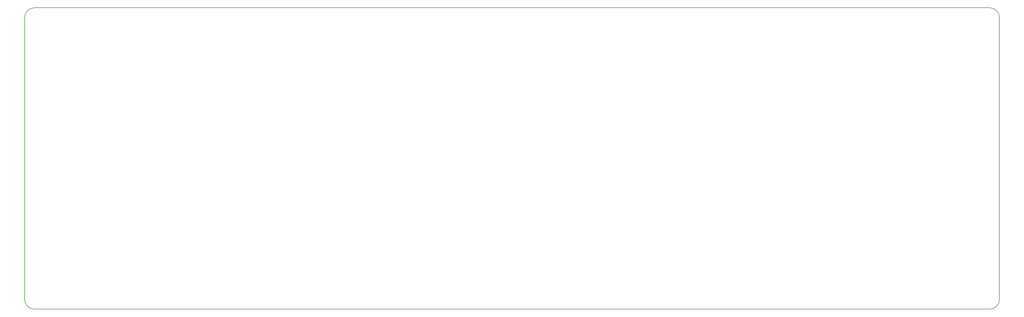
<source format=gm1>
%TF.GenerationSoftware,KiCad,Pcbnew,(6.0.2)*%
%TF.CreationDate,2022-07-07T00:18:28-06:00*%
%TF.ProjectId,Uniform,556e6966-6f72-46d2-9e6b-696361645f70,rev?*%
%TF.SameCoordinates,Original*%
%TF.FileFunction,Profile,NP*%
%FSLAX46Y46*%
G04 Gerber Fmt 4.6, Leading zero omitted, Abs format (unit mm)*
G04 Created by KiCad (PCBNEW (6.0.2)) date 2022-07-07 00:18:28*
%MOMM*%
%LPD*%
G01*
G04 APERTURE LIST*
%TA.AperFunction,Profile*%
%ADD10C,0.150000*%
%TD*%
G04 APERTURE END LIST*
D10*
X341225000Y-196100000D02*
X341225000Y-108700000D01*
X42775000Y-105700000D02*
X338225000Y-105700000D01*
X39775000Y-196100000D02*
G75*
G03*
X42775000Y-199100000I3000001J1D01*
G01*
X42775000Y-105700000D02*
G75*
G03*
X39775000Y-108700000I1J-3000001D01*
G01*
X338225000Y-199100000D02*
X42775000Y-199100000D01*
X39775000Y-196100000D02*
X39775000Y-108700000D01*
X338225000Y-199100000D02*
G75*
G03*
X341225000Y-196100000I-1J3000001D01*
G01*
X341225000Y-108700000D02*
G75*
G03*
X338225000Y-105700000I-3000001J-1D01*
G01*
M02*

</source>
